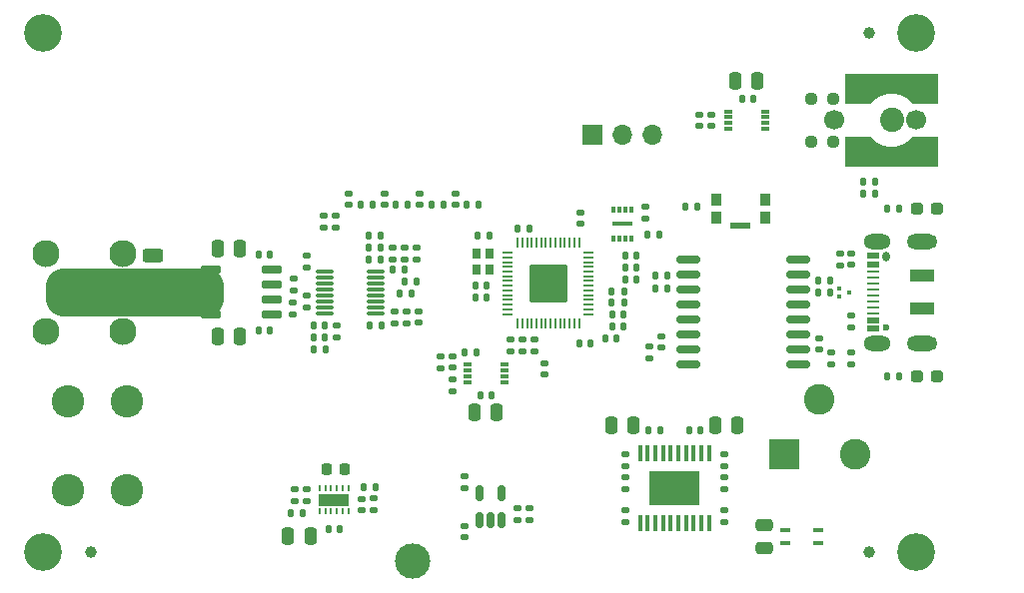
<source format=gts>
G04 #@! TF.GenerationSoftware,KiCad,Pcbnew,7.0.6-7.0.6~ubuntu20.04.1*
G04 #@! TF.CreationDate,2024-01-10T11:24:15-08:00*
G04 #@! TF.ProjectId,harp_lick_detector_capactive,68617270-5f6c-4696-936b-5f6465746563,rev?*
G04 #@! TF.SameCoordinates,PX640a5a0PY7088980*
G04 #@! TF.FileFunction,Soldermask,Top*
G04 #@! TF.FilePolarity,Negative*
%FSLAX46Y46*%
G04 Gerber Fmt 4.6, Leading zero omitted, Abs format (unit mm)*
G04 Created by KiCad (PCBNEW 7.0.6-7.0.6~ubuntu20.04.1) date 2024-01-10 11:24:15*
%MOMM*%
%LPD*%
G01*
G04 APERTURE LIST*
G04 Aperture macros list*
%AMRoundRect*
0 Rectangle with rounded corners*
0 $1 Rounding radius*
0 $2 $3 $4 $5 $6 $7 $8 $9 X,Y pos of 4 corners*
0 Add a 4 corners polygon primitive as box body*
4,1,4,$2,$3,$4,$5,$6,$7,$8,$9,$2,$3,0*
0 Add four circle primitives for the rounded corners*
1,1,$1+$1,$2,$3*
1,1,$1+$1,$4,$5*
1,1,$1+$1,$6,$7*
1,1,$1+$1,$8,$9*
0 Add four rect primitives between the rounded corners*
20,1,$1+$1,$2,$3,$4,$5,0*
20,1,$1+$1,$4,$5,$6,$7,0*
20,1,$1+$1,$6,$7,$8,$9,0*
20,1,$1+$1,$8,$9,$2,$3,0*%
%AMFreePoly0*
4,1,40,6.515355,1.015355,6.530000,0.980000,6.530000,-1.460000,6.515355,-1.495355,6.480000,-1.510000,4.370000,-1.510000,4.367882,-1.509122,4.365698,-1.509814,4.350485,-1.501916,4.334645,-1.495355,4.333768,-1.493237,4.331734,-1.492182,4.233315,-1.375157,4.010127,-1.166713,3.760982,-0.990847,3.490207,-0.850543,3.202844,-0.748414,2.904254,-0.686367,2.599999,-0.665555,2.295745,-0.686367,
1.997154,-0.748415,1.709792,-0.850543,1.439022,-0.990844,1.189872,-1.166713,0.966684,-1.375157,0.868266,-1.492182,0.866231,-1.493237,0.865355,-1.495355,0.849514,-1.501916,0.834302,-1.509814,0.832117,-1.509122,0.830000,-1.510000,-1.280000,-1.510000,-1.315355,-1.495355,-1.330000,-1.460000,-1.330000,0.980000,-1.315355,1.015355,-1.280000,1.030000,6.480000,1.030000,6.515355,1.015355,
6.515355,1.015355,$1*%
G04 Aperture macros list end*
%ADD10C,3.000000*%
%ADD11C,2.200000*%
%ADD12C,2.300000*%
%ADD13RoundRect,0.140000X-0.140000X-0.170000X0.140000X-0.170000X0.140000X0.170000X-0.140000X0.170000X0*%
%ADD14RoundRect,0.135000X0.185000X-0.135000X0.185000X0.135000X-0.185000X0.135000X-0.185000X-0.135000X0*%
%ADD15RoundRect,0.237500X0.287500X0.237500X-0.287500X0.237500X-0.287500X-0.237500X0.287500X-0.237500X0*%
%ADD16RoundRect,0.140000X0.140000X0.170000X-0.140000X0.170000X-0.140000X-0.170000X0.140000X-0.170000X0*%
%ADD17R,2.600000X2.600000*%
%ADD18C,2.600000*%
%ADD19RoundRect,0.140000X0.170000X-0.140000X0.170000X0.140000X-0.170000X0.140000X-0.170000X-0.140000X0*%
%ADD20RoundRect,0.140000X-0.170000X0.140000X-0.170000X-0.140000X0.170000X-0.140000X0.170000X0.140000X0*%
%ADD21RoundRect,0.250000X-0.475000X0.250000X-0.475000X-0.250000X0.475000X-0.250000X0.475000X0.250000X0*%
%ADD22RoundRect,0.135000X0.135000X0.185000X-0.135000X0.185000X-0.135000X-0.185000X0.135000X-0.185000X0*%
%ADD23RoundRect,0.135000X-0.185000X0.135000X-0.185000X-0.135000X0.185000X-0.135000X0.185000X0.135000X0*%
%ADD24RoundRect,0.135000X-0.135000X-0.185000X0.135000X-0.185000X0.135000X0.185000X-0.135000X0.185000X0*%
%ADD25R,0.300000X0.300000*%
%ADD26RoundRect,0.250000X-0.625000X0.312500X-0.625000X-0.312500X0.625000X-0.312500X0.625000X0.312500X0*%
%ADD27R,0.250000X0.500000*%
%ADD28R,2.650000X1.000000*%
%ADD29RoundRect,0.250000X-0.250000X-0.475000X0.250000X-0.475000X0.250000X0.475000X-0.250000X0.475000X0*%
%ADD30RoundRect,0.250000X0.250000X0.475000X-0.250000X0.475000X-0.250000X-0.475000X0.250000X-0.475000X0*%
%ADD31RoundRect,0.150000X-0.725000X-0.150000X0.725000X-0.150000X0.725000X0.150000X-0.725000X0.150000X0*%
%ADD32R,0.800000X0.300000*%
%ADD33C,3.200000*%
%ADD34RoundRect,0.050000X-0.050000X0.387500X-0.050000X-0.387500X0.050000X-0.387500X0.050000X0.387500X0*%
%ADD35RoundRect,0.050000X-0.387500X0.050000X-0.387500X-0.050000X0.387500X-0.050000X0.387500X0.050000X0*%
%ADD36RoundRect,0.144000X-1.456000X1.456000X-1.456000X-1.456000X1.456000X-1.456000X1.456000X1.456000X0*%
%ADD37RoundRect,0.237500X-0.250000X-0.237500X0.250000X-0.237500X0.250000X0.237500X-0.250000X0.237500X0*%
%ADD38C,0.600000*%
%ADD39R,2.000000X1.000000*%
%ADD40O,0.600000X0.850000*%
%ADD41R,1.000000X0.520000*%
%ADD42R,1.000000X0.270000*%
%ADD43O,2.300000X1.300000*%
%ADD44O,2.600000X1.300000*%
%ADD45R,0.900000X1.000000*%
%ADD46R,1.700000X0.550000*%
%ADD47RoundRect,0.075000X-0.650000X-0.075000X0.650000X-0.075000X0.650000X0.075000X-0.650000X0.075000X0*%
%ADD48R,0.800000X0.900000*%
%ADD49RoundRect,0.147500X-0.172500X0.147500X-0.172500X-0.147500X0.172500X-0.147500X0.172500X0.147500X0*%
%ADD50C,1.000000*%
%ADD51RoundRect,0.150000X0.875000X0.150000X-0.875000X0.150000X-0.875000X-0.150000X0.875000X-0.150000X0*%
%ADD52C,2.050000*%
%ADD53FreePoly0,180.000000*%
%ADD54FreePoly0,0.000000*%
%ADD55RoundRect,0.147500X0.147500X0.172500X-0.147500X0.172500X-0.147500X-0.172500X0.147500X-0.172500X0*%
%ADD56R,0.450000X1.450000*%
%ADD57R,4.200000X3.000000*%
%ADD58RoundRect,0.160000X-0.197500X-0.160000X0.197500X-0.160000X0.197500X0.160000X-0.197500X0.160000X0*%
%ADD59C,2.750000*%
%ADD60RoundRect,0.225000X-0.225000X-0.250000X0.225000X-0.250000X0.225000X0.250000X-0.225000X0.250000X0*%
%ADD61R,1.700000X1.700000*%
%ADD62O,1.700000X1.700000*%
%ADD63R,0.300000X0.600000*%
%ADD64R,1.700000X0.300000*%
%ADD65RoundRect,0.100000X0.350000X0.100000X-0.350000X0.100000X-0.350000X-0.100000X0.350000X-0.100000X0*%
%ADD66RoundRect,0.150000X0.150000X-0.512500X0.150000X0.512500X-0.150000X0.512500X-0.150000X-0.512500X0*%
%ADD67C,3.000000*%
%ADD68C,1.700000*%
G04 APERTURE END LIST*
D10*
X4650000Y25550000D02*
X16800000Y25550000D01*
X16800000Y24450000D01*
X4650000Y24450000D01*
X4650000Y25550000D01*
G36*
X4650000Y25550000D02*
G01*
X16800000Y25550000D01*
X16800000Y24450000D01*
X4650000Y24450000D01*
X4650000Y25550000D01*
G37*
D11*
G04 #@! TO.C,J3*
X7000000Y25000000D03*
X4460000Y25000000D03*
D12*
X3190000Y21723400D03*
X9743200Y21723400D03*
X3190000Y28276600D03*
X9743200Y28276600D03*
G04 #@! TD*
D13*
G04 #@! TO.C,C6*
X39620000Y24600000D03*
X40580000Y24600000D03*
G04 #@! TD*
G04 #@! TO.C,C30*
X25920000Y22200000D03*
X26880000Y22200000D03*
G04 #@! TD*
D14*
G04 #@! TO.C,R28*
X43600000Y19990000D03*
X43600000Y21010000D03*
G04 #@! TD*
G04 #@! TO.C,R24*
X34600000Y27790000D03*
X34600000Y28810000D03*
G04 #@! TD*
D15*
G04 #@! TO.C,D1*
X78775000Y17900000D03*
X77025000Y17900000D03*
G04 #@! TD*
D13*
G04 #@! TO.C,C21*
X21220000Y21800000D03*
X22180000Y21800000D03*
G04 #@! TD*
D16*
G04 #@! TO.C,C19*
X49380000Y20700000D03*
X48420000Y20700000D03*
G04 #@! TD*
D14*
G04 #@! TO.C,R40*
X60700000Y8327500D03*
X60700000Y9347500D03*
G04 #@! TD*
G04 #@! TO.C,R44*
X42600000Y19990000D03*
X42600000Y21010000D03*
G04 #@! TD*
D13*
G04 #@! TO.C,C9*
X51220000Y23100000D03*
X52180000Y23100000D03*
G04 #@! TD*
D17*
G04 #@! TO.C,J6*
X65800000Y11250000D03*
D18*
X71800000Y11250000D03*
X68800000Y15950000D03*
G04 #@! TD*
D19*
G04 #@! TO.C,C27*
X44200000Y5720000D03*
X44200000Y6680000D03*
G04 #@! TD*
D20*
G04 #@! TO.C,C38*
X34800000Y23380000D03*
X34800000Y22420000D03*
G04 #@! TD*
D21*
G04 #@! TO.C,C45*
X64100000Y5250000D03*
X64100000Y3350000D03*
G04 #@! TD*
D22*
G04 #@! TO.C,R26*
X33610000Y26900000D03*
X32590000Y26900000D03*
G04 #@! TD*
D23*
G04 #@! TO.C,R38*
X60700000Y11247500D03*
X60700000Y10227500D03*
G04 #@! TD*
G04 #@! TO.C,R21*
X33800000Y23410000D03*
X33800000Y22390000D03*
G04 #@! TD*
D13*
G04 #@! TO.C,C13*
X43220000Y30400000D03*
X44180000Y30400000D03*
G04 #@! TD*
D24*
G04 #@! TO.C,R11*
X51190000Y24100000D03*
X52210000Y24100000D03*
G04 #@! TD*
D13*
G04 #@! TO.C,C8*
X72520000Y33400000D03*
X73480000Y33400000D03*
G04 #@! TD*
D25*
G04 #@! TO.C,U2*
X70475000Y25350000D03*
X70475000Y24650000D03*
X71325000Y25000000D03*
G04 #@! TD*
D16*
G04 #@! TO.C,C41*
X28130000Y4900000D03*
X27170000Y4900000D03*
G04 #@! TD*
D14*
G04 #@! TO.C,R29*
X44600000Y19990000D03*
X44600000Y21010000D03*
G04 #@! TD*
D23*
G04 #@! TO.C,R39*
X52300000Y11247500D03*
X52300000Y10227500D03*
G04 #@! TD*
D26*
G04 #@! TO.C,R14*
X12300000Y28150000D03*
X12300000Y25225000D03*
G04 #@! TD*
D20*
G04 #@! TO.C,C28*
X38700000Y9380000D03*
X38700000Y8420000D03*
G04 #@! TD*
D19*
G04 #@! TO.C,C56*
X71500000Y18920000D03*
X71500000Y19880000D03*
G04 #@! TD*
D27*
G04 #@! TO.C,U11*
X28900000Y8350000D03*
X28400000Y8350000D03*
X27900000Y8350000D03*
X27400000Y8350000D03*
X26900000Y8350000D03*
X26400000Y8350000D03*
X26400000Y6450000D03*
X26900000Y6450000D03*
X27400000Y6450000D03*
X27900000Y6450000D03*
X28400000Y6450000D03*
X28900000Y6450000D03*
D28*
X27650000Y7400000D03*
G04 #@! TD*
D29*
G04 #@! TO.C,C22*
X17750000Y28700000D03*
X19650000Y28700000D03*
G04 #@! TD*
D30*
G04 #@! TO.C,C40*
X25650000Y4300000D03*
X23750000Y4300000D03*
G04 #@! TD*
D19*
G04 #@! TO.C,C54*
X59600000Y39120000D03*
X59600000Y40080000D03*
G04 #@! TD*
D14*
G04 #@! TO.C,R3*
X70500000Y27290000D03*
X70500000Y28310000D03*
G04 #@! TD*
D20*
G04 #@! TO.C,C24*
X25300000Y28080000D03*
X25300000Y27120000D03*
G04 #@! TD*
D31*
G04 #@! TO.C,U7*
X17225000Y26905000D03*
X17225000Y25635000D03*
X17225000Y24365000D03*
X17225000Y23095000D03*
X22375000Y23095000D03*
X22375000Y24365000D03*
X22375000Y25635000D03*
X22375000Y26905000D03*
G04 #@! TD*
D32*
G04 #@! TO.C,U1*
X61050000Y40350000D03*
X61050000Y39850000D03*
X61050000Y39350000D03*
X61050000Y38850000D03*
X64150000Y38850000D03*
X64150000Y39350000D03*
X64150000Y39850000D03*
X64150000Y40350000D03*
G04 #@! TD*
D22*
G04 #@! TO.C,R47*
X34610000Y25900000D03*
X33590000Y25900000D03*
G04 #@! TD*
D33*
G04 #@! TO.C,REF\u002A\u002A*
X77000000Y3000000D03*
G04 #@! TD*
D23*
G04 #@! TO.C,R46*
X24200000Y26210000D03*
X24200000Y25190000D03*
G04 #@! TD*
D34*
G04 #@! TO.C,U4*
X48400000Y29200000D03*
X48000000Y29200000D03*
X47600000Y29200000D03*
X47200000Y29200000D03*
X46800000Y29200000D03*
X46400000Y29200000D03*
X46000000Y29200000D03*
X45600000Y29200000D03*
X45200000Y29200000D03*
X44800000Y29200000D03*
X44400000Y29200000D03*
X44000000Y29200000D03*
X43600000Y29200000D03*
X43200000Y29200000D03*
D35*
X42362500Y28362500D03*
X42362500Y27962500D03*
X42362500Y27562500D03*
X42362500Y27162500D03*
X42362500Y26762500D03*
X42362500Y26362500D03*
X42362500Y25962500D03*
X42362500Y25562500D03*
X42362500Y25162500D03*
X42362500Y24762500D03*
X42362500Y24362500D03*
X42362500Y23962500D03*
X42362500Y23562500D03*
X42362500Y23162500D03*
D34*
X43200000Y22325000D03*
X43600000Y22325000D03*
X44000000Y22325000D03*
X44400000Y22325000D03*
X44800000Y22325000D03*
X45200000Y22325000D03*
X45600000Y22325000D03*
X46000000Y22325000D03*
X46400000Y22325000D03*
X46800000Y22325000D03*
X47200000Y22325000D03*
X47600000Y22325000D03*
X48000000Y22325000D03*
X48400000Y22325000D03*
D35*
X49237500Y23162500D03*
X49237500Y23562500D03*
X49237500Y23962500D03*
X49237500Y24362500D03*
X49237500Y24762500D03*
X49237500Y25162500D03*
X49237500Y25562500D03*
X49237500Y25962500D03*
X49237500Y26362500D03*
X49237500Y26762500D03*
X49237500Y27162500D03*
X49237500Y27562500D03*
X49237500Y27962500D03*
X49237500Y28362500D03*
D36*
X45800000Y25762500D03*
G04 #@! TD*
D33*
G04 #@! TO.C,REF\u002A\u002A*
X77000000Y47000000D03*
G04 #@! TD*
D19*
G04 #@! TO.C,C3*
X55400000Y20320000D03*
X55400000Y21280000D03*
G04 #@! TD*
D37*
G04 #@! TO.C,R30*
X68087500Y41400000D03*
X69912500Y41400000D03*
G04 #@! TD*
D38*
G04 #@! TO.C,J5*
X74400000Y22000000D03*
D39*
X77500000Y23600000D03*
X77500000Y26400000D03*
D40*
X74400000Y28000000D03*
D41*
X73300000Y21900000D03*
X73300000Y22650000D03*
D42*
X73300000Y23250000D03*
X73300000Y24750000D03*
X73300000Y25750000D03*
X73300000Y26750000D03*
D41*
X73300000Y27350000D03*
X73300000Y28100000D03*
X73300000Y28100000D03*
X73300000Y27350000D03*
D42*
X73300000Y26250000D03*
X73300000Y25250000D03*
X73300000Y24250000D03*
X73300000Y23750000D03*
D41*
X73300000Y22650000D03*
X73300000Y21900000D03*
D43*
X73675000Y20680000D03*
D44*
X77500000Y20680000D03*
D43*
X73675000Y29320000D03*
D44*
X77500000Y29320000D03*
G04 #@! TD*
D22*
G04 #@! TO.C,R22*
X31710000Y22200000D03*
X30690000Y22200000D03*
G04 #@! TD*
D30*
G04 #@! TO.C,C23*
X19650000Y21300000D03*
X17750000Y21300000D03*
G04 #@! TD*
D22*
G04 #@! TO.C,R7*
X55910000Y25300000D03*
X54890000Y25300000D03*
G04 #@! TD*
D45*
G04 #@! TO.C,SW1*
X60050000Y31300000D03*
X60050000Y32900000D03*
X64150000Y32900000D03*
X64150000Y31300000D03*
D46*
X62100000Y30675000D03*
G04 #@! TD*
D19*
G04 #@! TO.C,C2*
X68800000Y20120000D03*
X68800000Y21080000D03*
G04 #@! TD*
D22*
G04 #@! TO.C,R17*
X33910000Y32400000D03*
X32890000Y32400000D03*
G04 #@! TD*
D47*
G04 #@! TO.C,U6*
X26850000Y26750000D03*
X26850000Y26250000D03*
X26850000Y25750000D03*
X26850000Y25250000D03*
X26850000Y24750000D03*
X26850000Y24250000D03*
X26850000Y23750000D03*
X26850000Y23250000D03*
X31150000Y23250000D03*
X31150000Y23750000D03*
X31150000Y24250000D03*
X31150000Y24750000D03*
X31150000Y25250000D03*
X31150000Y25750000D03*
X31150000Y26250000D03*
X31150000Y26750000D03*
G04 #@! TD*
D14*
G04 #@! TO.C,R32*
X31000000Y6490000D03*
X31000000Y7510000D03*
G04 #@! TD*
D33*
G04 #@! TO.C,REF\u002A\u002A*
X3000000Y47000000D03*
G04 #@! TD*
D48*
G04 #@! TO.C,X1*
X39750000Y28300000D03*
X39750000Y26900000D03*
X40850000Y26900000D03*
X40850000Y28300000D03*
G04 #@! TD*
D19*
G04 #@! TO.C,C52*
X37700000Y18620000D03*
X37700000Y19580000D03*
G04 #@! TD*
D22*
G04 #@! TO.C,R6*
X55910000Y26400000D03*
X54890000Y26400000D03*
G04 #@! TD*
D24*
G04 #@! TO.C,R12*
X74490000Y17900000D03*
X75510000Y17900000D03*
G04 #@! TD*
D19*
G04 #@! TO.C,C50*
X37700000Y16620000D03*
X37700000Y17580000D03*
G04 #@! TD*
D49*
G04 #@! TO.C,D3*
X71500000Y28285000D03*
X71500000Y27315000D03*
G04 #@! TD*
D16*
G04 #@! TO.C,C14*
X53280000Y26100000D03*
X52320000Y26100000D03*
G04 #@! TD*
D19*
G04 #@! TO.C,C44*
X25350000Y7320000D03*
X25350000Y8280000D03*
G04 #@! TD*
D23*
G04 #@! TO.C,R52*
X32800000Y23410000D03*
X32800000Y22390000D03*
G04 #@! TD*
D33*
G04 #@! TO.C,REF\u002A\u002A*
X3000000Y3000000D03*
G04 #@! TD*
D22*
G04 #@! TO.C,R4*
X69710000Y26000000D03*
X68690000Y26000000D03*
G04 #@! TD*
D15*
G04 #@! TO.C,D2*
X78775000Y32100000D03*
X77025000Y32100000D03*
G04 #@! TD*
D16*
G04 #@! TO.C,C18*
X53280000Y27100000D03*
X52320000Y27100000D03*
G04 #@! TD*
D13*
G04 #@! TO.C,C10*
X51220000Y22100000D03*
X52180000Y22100000D03*
G04 #@! TD*
D23*
G04 #@! TO.C,R27*
X25300000Y24710000D03*
X25300000Y23690000D03*
G04 #@! TD*
G04 #@! TO.C,R18*
X24100000Y24110000D03*
X24100000Y23090000D03*
G04 #@! TD*
D22*
G04 #@! TO.C,R5*
X69710000Y25000000D03*
X68690000Y25000000D03*
G04 #@! TD*
D19*
G04 #@! TO.C,C59*
X38700000Y4220000D03*
X38700000Y5180000D03*
G04 #@! TD*
D22*
G04 #@! TO.C,R16*
X36910000Y32400000D03*
X35890000Y32400000D03*
G04 #@! TD*
D30*
G04 #@! TO.C,C48*
X53050000Y13737500D03*
X51150000Y13737500D03*
G04 #@! TD*
D24*
G04 #@! TO.C,R23*
X30590000Y29800000D03*
X31610000Y29800000D03*
G04 #@! TD*
D13*
G04 #@! TO.C,C51*
X40020000Y16300000D03*
X40980000Y16300000D03*
G04 #@! TD*
D20*
G04 #@! TO.C,C37*
X69800000Y19880000D03*
X69800000Y18920000D03*
G04 #@! TD*
D23*
G04 #@! TO.C,R9*
X54000000Y32310000D03*
X54000000Y31290000D03*
G04 #@! TD*
D50*
G04 #@! TO.C,FID2*
X73000000Y3000000D03*
G04 #@! TD*
D16*
G04 #@! TO.C,C1*
X55180000Y29900000D03*
X54220000Y29900000D03*
G04 #@! TD*
D13*
G04 #@! TO.C,C31*
X25920000Y21200000D03*
X26880000Y21200000D03*
G04 #@! TD*
D19*
G04 #@! TO.C,C35*
X37900000Y32420000D03*
X37900000Y33380000D03*
G04 #@! TD*
D30*
G04 #@! TO.C,C11*
X41450000Y14800000D03*
X39550000Y14800000D03*
G04 #@! TD*
G04 #@! TO.C,C39*
X63550000Y42900000D03*
X61650000Y42900000D03*
G04 #@! TD*
D14*
G04 #@! TO.C,R41*
X52300000Y8327500D03*
X52300000Y9347500D03*
G04 #@! TD*
D20*
G04 #@! TO.C,C12*
X48500000Y31780000D03*
X48500000Y30820000D03*
G04 #@! TD*
D13*
G04 #@! TO.C,C15*
X39620000Y25600000D03*
X40580000Y25600000D03*
G04 #@! TD*
D51*
G04 #@! TO.C,U3*
X66950000Y18855000D03*
X66950000Y20125000D03*
X66950000Y21395000D03*
X66950000Y22665000D03*
X66950000Y23935000D03*
X66950000Y25205000D03*
X66950000Y26475000D03*
X66950000Y27745000D03*
X57650000Y27745000D03*
X57650000Y26475000D03*
X57650000Y25205000D03*
X57650000Y23935000D03*
X57650000Y22665000D03*
X57650000Y21395000D03*
X57650000Y20125000D03*
X57650000Y18855000D03*
G04 #@! TD*
D13*
G04 #@! TO.C,C46*
X57720000Y13337500D03*
X58680000Y13337500D03*
G04 #@! TD*
G04 #@! TO.C,C55*
X62220000Y41400000D03*
X63180000Y41400000D03*
G04 #@! TD*
D19*
G04 #@! TO.C,C57*
X31900000Y32420000D03*
X31900000Y33380000D03*
G04 #@! TD*
D20*
G04 #@! TO.C,C26*
X43200000Y6680000D03*
X43200000Y5720000D03*
G04 #@! TD*
D16*
G04 #@! TO.C,C47*
X55280000Y13337500D03*
X54320000Y13337500D03*
G04 #@! TD*
D32*
G04 #@! TO.C,U13*
X42050000Y17350000D03*
X42050000Y17850000D03*
X42050000Y18350000D03*
X42050000Y18850000D03*
X38950000Y18850000D03*
X38950000Y18350000D03*
X38950000Y17850000D03*
X38950000Y17350000D03*
G04 #@! TD*
D22*
G04 #@! TO.C,R8*
X39910000Y32400000D03*
X38890000Y32400000D03*
G04 #@! TD*
D52*
G04 #@! TO.C,J7*
X74900000Y39600000D03*
D53*
X77500000Y36700000D03*
D54*
X72300000Y42500000D03*
G04 #@! TD*
D19*
G04 #@! TO.C,C16*
X45500000Y18020000D03*
X45500000Y18980000D03*
G04 #@! TD*
D14*
G04 #@! TO.C,R37*
X52300000Y5527500D03*
X52300000Y6547500D03*
G04 #@! TD*
D24*
G04 #@! TO.C,R10*
X51190000Y25050000D03*
X52210000Y25050000D03*
G04 #@! TD*
D20*
G04 #@! TO.C,C34*
X33600000Y28780000D03*
X33600000Y27820000D03*
G04 #@! TD*
D24*
G04 #@! TO.C,R49*
X30590000Y28800000D03*
X31610000Y28800000D03*
G04 #@! TD*
D16*
G04 #@! TO.C,C17*
X51580000Y21100000D03*
X50620000Y21100000D03*
G04 #@! TD*
D24*
G04 #@! TO.C,R13*
X74490000Y32100000D03*
X75510000Y32100000D03*
G04 #@! TD*
D55*
G04 #@! TO.C,D4*
X73485000Y34400000D03*
X72515000Y34400000D03*
G04 #@! TD*
D23*
G04 #@! TO.C,R2*
X71500000Y23010000D03*
X71500000Y21990000D03*
G04 #@! TD*
D16*
G04 #@! TO.C,C20*
X22180000Y28200000D03*
X21220000Y28200000D03*
G04 #@! TD*
D56*
G04 #@! TO.C,U12*
X59425000Y11350000D03*
X58775000Y11350000D03*
X58125000Y11350000D03*
X57475000Y11350000D03*
X56825000Y11350000D03*
X56175000Y11350000D03*
X55525000Y11350000D03*
X54875000Y11350000D03*
X54225000Y11350000D03*
X53575000Y11350000D03*
X53575000Y5450000D03*
X54225000Y5450000D03*
X54875000Y5450000D03*
X55525000Y5450000D03*
X56175000Y5450000D03*
X56825000Y5450000D03*
X57475000Y5450000D03*
X58125000Y5450000D03*
X58775000Y5450000D03*
X59425000Y5450000D03*
D57*
X56500000Y8400000D03*
G04 #@! TD*
D58*
G04 #@! TO.C,R15*
X14200000Y25700000D03*
X15395000Y25700000D03*
G04 #@! TD*
D22*
G04 #@! TO.C,R34*
X31210000Y8500000D03*
X30190000Y8500000D03*
G04 #@! TD*
D20*
G04 #@! TO.C,C53*
X58600000Y40080000D03*
X58600000Y39120000D03*
G04 #@! TD*
D59*
G04 #@! TO.C,H1*
X10100000Y15750000D03*
X5100000Y15750000D03*
X10100000Y8250000D03*
X5100000Y8250000D03*
G04 #@! TD*
D60*
G04 #@! TO.C,C42*
X27025000Y10000000D03*
X28575000Y10000000D03*
G04 #@! TD*
D24*
G04 #@! TO.C,R35*
X23990000Y6300000D03*
X25010000Y6300000D03*
G04 #@! TD*
D22*
G04 #@! TO.C,R19*
X26910000Y20200000D03*
X25890000Y20200000D03*
G04 #@! TD*
D20*
G04 #@! TO.C,C5*
X54400000Y20380000D03*
X54400000Y19420000D03*
G04 #@! TD*
D14*
G04 #@! TO.C,R20*
X27900000Y21190000D03*
X27900000Y22210000D03*
G04 #@! TD*
D37*
G04 #@! TO.C,R31*
X68087500Y37800000D03*
X69912500Y37800000D03*
G04 #@! TD*
D14*
G04 #@! TO.C,R36*
X60700000Y5527500D03*
X60700000Y6547500D03*
G04 #@! TD*
D20*
G04 #@! TO.C,C43*
X29950000Y7480000D03*
X29950000Y6520000D03*
G04 #@! TD*
D22*
G04 #@! TO.C,R45*
X30910000Y32400000D03*
X29890000Y32400000D03*
G04 #@! TD*
D13*
G04 #@! TO.C,C25*
X33220000Y24900000D03*
X34180000Y24900000D03*
G04 #@! TD*
D29*
G04 #@! TO.C,C49*
X59950000Y13737500D03*
X61850000Y13737500D03*
G04 #@! TD*
D14*
G04 #@! TO.C,R43*
X36700000Y18590000D03*
X36700000Y19610000D03*
G04 #@! TD*
D61*
G04 #@! TO.C,J2*
X49500000Y38400000D03*
D62*
X52040000Y38400000D03*
X54580000Y38400000D03*
G04 #@! TD*
D14*
G04 #@! TO.C,R25*
X26800000Y30490000D03*
X26800000Y31510000D03*
G04 #@! TD*
D50*
G04 #@! TO.C,FID1*
X7000000Y3000000D03*
G04 #@! TD*
D63*
G04 #@! TO.C,U5*
X52850000Y32050000D03*
X52350000Y32050000D03*
X51850000Y32050000D03*
X51350000Y32050000D03*
X51350000Y29550000D03*
X51850000Y29550000D03*
X52350000Y29550000D03*
X52850000Y29550000D03*
D64*
X52100000Y30800000D03*
G04 #@! TD*
D65*
G04 #@! TO.C,L1*
X68700000Y3725000D03*
X68700000Y4875000D03*
X65900000Y4875000D03*
X65900000Y3725000D03*
G04 #@! TD*
D23*
G04 #@! TO.C,R33*
X24300000Y8310000D03*
X24300000Y7290000D03*
G04 #@! TD*
D19*
G04 #@! TO.C,C36*
X34900000Y32420000D03*
X34900000Y33380000D03*
G04 #@! TD*
D24*
G04 #@! TO.C,R48*
X30590000Y27800000D03*
X31610000Y27800000D03*
G04 #@! TD*
D20*
G04 #@! TO.C,C32*
X27800000Y31480000D03*
X27800000Y30520000D03*
G04 #@! TD*
D50*
G04 #@! TO.C,FID3*
X73000000Y47000000D03*
G04 #@! TD*
D66*
G04 #@! TO.C,U8*
X39950000Y5662500D03*
X40900000Y5662500D03*
X41850000Y5662500D03*
X41850000Y7937500D03*
X39950000Y7937500D03*
G04 #@! TD*
D16*
G04 #@! TO.C,C7*
X53280000Y28100000D03*
X52320000Y28100000D03*
G04 #@! TD*
D13*
G04 #@! TO.C,C4*
X39820000Y29800000D03*
X40780000Y29800000D03*
G04 #@! TD*
D20*
G04 #@! TO.C,C33*
X32600000Y28780000D03*
X32600000Y27820000D03*
G04 #@! TD*
D22*
G04 #@! TO.C,R42*
X39710000Y19900000D03*
X38690000Y19900000D03*
G04 #@! TD*
D67*
G04 #@! TO.C,TP1*
X34300000Y2200000D03*
G04 #@! TD*
D22*
G04 #@! TO.C,R1*
X58410000Y32300000D03*
X57390000Y32300000D03*
G04 #@! TD*
D19*
G04 #@! TO.C,C58*
X28900000Y32420000D03*
X28900000Y33380000D03*
G04 #@! TD*
D68*
G04 #@! TO.C,J4*
X70000000Y39600000D03*
X77000000Y39600000D03*
G04 #@! TD*
M02*

</source>
